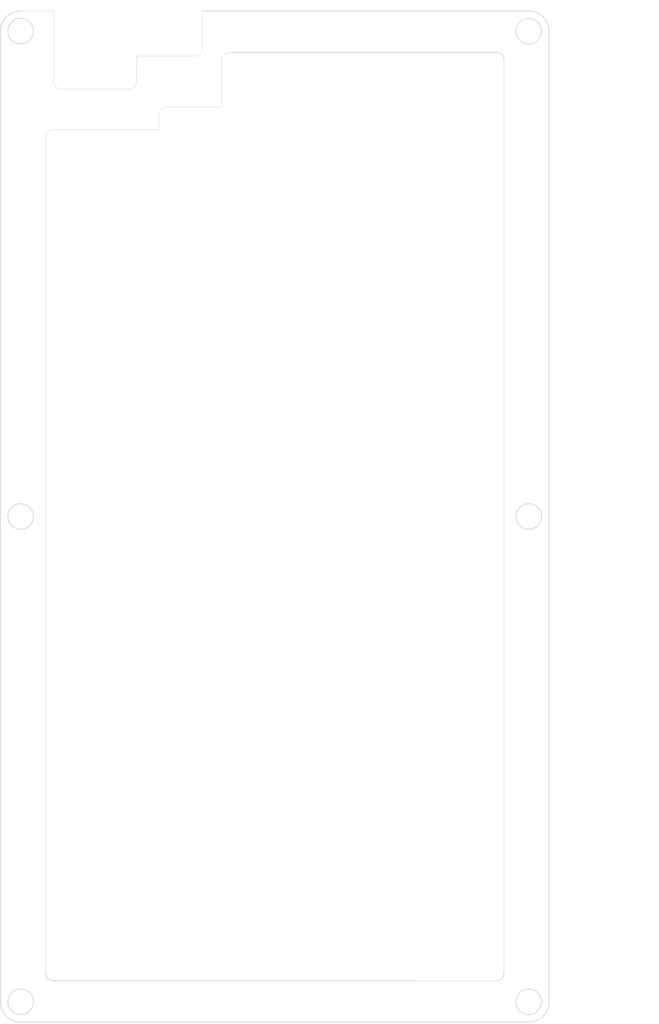
<source format=kicad_pcb>
(kicad_pcb (version 20221018) (generator pcbnew)

  (general
    (thickness 1.6)
  )

  (paper "A4")
  (layers
    (0 "F.Cu" signal)
    (31 "B.Cu" signal)
    (32 "B.Adhes" user "B.Adhesive")
    (33 "F.Adhes" user "F.Adhesive")
    (34 "B.Paste" user)
    (35 "F.Paste" user)
    (36 "B.SilkS" user "B.Silkscreen")
    (37 "F.SilkS" user "F.Silkscreen")
    (38 "B.Mask" user)
    (39 "F.Mask" user)
    (40 "Dwgs.User" user "User.Drawings")
    (41 "Cmts.User" user "User.Comments")
    (42 "Eco1.User" user "User.Eco1")
    (43 "Eco2.User" user "User.Eco2")
    (44 "Edge.Cuts" user)
    (45 "Margin" user)
    (46 "B.CrtYd" user "B.Courtyard")
    (47 "F.CrtYd" user "F.Courtyard")
    (48 "B.Fab" user)
    (49 "F.Fab" user)
    (50 "User.1" user)
    (51 "User.2" user)
    (52 "User.3" user)
    (53 "User.4" user)
    (54 "User.5" user)
    (55 "User.6" user)
    (56 "User.7" user)
    (57 "User.8" user)
    (58 "User.9" user)
  )

  (setup
    (stackup
      (layer "F.SilkS" (type "Top Silk Screen") (color "White"))
      (layer "F.Paste" (type "Top Solder Paste"))
      (layer "F.Mask" (type "Top Solder Mask") (color "Black") (thickness 0.01))
      (layer "F.Cu" (type "copper") (thickness 0.035))
      (layer "dielectric 1" (type "core") (thickness 1.51) (material "FR4") (epsilon_r 4.5) (loss_tangent 0.02))
      (layer "B.Cu" (type "copper") (thickness 0.035))
      (layer "B.Mask" (type "Bottom Solder Mask") (color "Black") (thickness 0.01))
      (layer "B.Paste" (type "Bottom Solder Paste"))
      (layer "B.SilkS" (type "Bottom Silk Screen") (color "White"))
      (copper_finish "None")
      (dielectric_constraints no)
    )
    (pad_to_mask_clearance 0)
    (pcbplotparams
      (layerselection 0x00010fc_ffffffff)
      (plot_on_all_layers_selection 0x0000000_00000000)
      (disableapertmacros false)
      (usegerberextensions false)
      (usegerberattributes true)
      (usegerberadvancedattributes true)
      (creategerberjobfile true)
      (dashed_line_dash_ratio 12.000000)
      (dashed_line_gap_ratio 3.000000)
      (svgprecision 4)
      (plotframeref false)
      (viasonmask false)
      (mode 1)
      (useauxorigin false)
      (hpglpennumber 1)
      (hpglpenspeed 20)
      (hpglpendiameter 15.000000)
      (dxfpolygonmode true)
      (dxfimperialunits true)
      (dxfusepcbnewfont true)
      (psnegative false)
      (psa4output false)
      (plotreference true)
      (plotvalue true)
      (plotinvisibletext false)
      (sketchpadsonfab false)
      (subtractmaskfromsilk false)
      (outputformat 1)
      (mirror false)
      (drillshape 1)
      (scaleselection 1)
      (outputdirectory "")
    )
  )

  (net 0 "")

  (gr_line (start 90.4 35) (end 90.4 30)
    (stroke (width 0.05) (type default)) (layer "Edge.Cuts") (tstamp 021bb8cb-54d7-4fdc-a416-0d646fe6cc0c))
  (gr_arc (start 81.6 39.4) (mid 81.307107 40.107107) (end 80.6 40.4)
    (stroke (width 0.05) (type default)) (layer "Edge.Cuts") (tstamp 0bff2bc4-5dcb-4aca-9996-22737100702a))
  (gr_line (start 136.5 32.7) (end 136.5 161.7)
    (stroke (width 0.1) (type default)) (layer "Edge.Cuts") (tstamp 0e48300b-aee6-4722-86d2-e4ccf8c05c13))
  (gr_arc (start 133.8 30) (mid 135.709188 30.790812) (end 136.5 32.7)
    (stroke (width 0.1) (type default)) (layer "Edge.Cuts") (tstamp 1d4abda8-6035-407c-ac5d-7df5efc567e4))
  (gr_line (start 118.500001 158.9) (end 129.5 158.9)
    (stroke (width 0.05) (type default)) (layer "Edge.Cuts") (tstamp 31bf5923-4051-4aa6-963d-4e324eaa0e0f))
  (gr_arc (start 66.2 164.4) (mid 64.290812 163.609188) (end 63.5 161.7)
    (stroke (width 0.1) (type default)) (layer "Edge.Cuts") (tstamp 45cba95e-2685-4488-bfdc-7139dc74fc2e))
  (gr_circle (center 66.2 32.7) (end 67.9 32.7)
    (stroke (width 0.1) (type default)) (fill none) (layer "Edge.Cuts") (tstamp 4b254e6b-88f2-4867-8b78-2560f94ce709))
  (gr_arc (start 63.5 32.7) (mid 64.290812 30.790812) (end 66.2 30)
    (stroke (width 0.1) (type default)) (layer "Edge.Cuts") (tstamp 5063ac77-6589-4d70-96bb-2428220df022))
  (gr_line (start 69.5 46.8) (end 69.5 157.9)
    (stroke (width 0.05) (type default)) (layer "Edge.Cuts") (tstamp 56c3a8ed-f62b-4e3b-af44-19a3cbaba373))
  (gr_circle (center 133.8 97.2) (end 135.5 97.2)
    (stroke (width 0.1) (type default)) (fill none) (layer "Edge.Cuts") (tstamp 589c7a4f-06df-4764-8d0c-6d72916c0e4b))
  (gr_circle (center 66.2 97.2) (end 67.9 97.2)
    (stroke (width 0.1) (type default)) (fill none) (layer "Edge.Cuts") (tstamp 5b0e2539-ec81-429f-b219-61ccc8488e39))
  (gr_line (start 85.600001 42.800001) (end 93 42.8)
    (stroke (width 0.05) (type default)) (layer "Edge.Cuts") (tstamp 5c562ac8-c42a-49c2-953a-0ccfc7ee9bfd))
  (gr_line (start 94 35.5) (end 129.5 35.5)
    (stroke (width 0.1) (type default)) (layer "Edge.Cuts") (tstamp 5ee42726-dc58-429c-b682-982ce60a7223))
  (gr_line (start 70.6 30) (end 70.607107 39.392893)
    (stroke (width 0.05) (type default)) (layer "Edge.Cuts") (tstamp 648fd331-6907-47a9-8c75-0b51f1c01c80))
  (gr_arc (start 136.5 161.7) (mid 135.709188 163.609188) (end 133.8 164.4)
    (stroke (width 0.1) (type default)) (layer "Edge.Cuts") (tstamp 6ca94775-5071-4f00-9d69-817b77d2b0fe))
  (gr_line (start 133.8 164.4) (end 66.2 164.4)
    (stroke (width 0.1) (type default)) (layer "Edge.Cuts") (tstamp 70ae08d4-a50d-4ac6-8b5a-2258a81fa5c9))
  (gr_line (start 118.500001 158.9) (end 70.5 158.9)
    (stroke (width 0.1) (type default)) (layer "Edge.Cuts") (tstamp 8571d441-2140-4c26-aa12-ec638c30000a))
  (gr_arc (start 130.5 157.9) (mid 130.207107 158.607107) (end 129.5 158.9)
    (stroke (width 0.1) (type default)) (layer "Edge.Cuts") (tstamp 88a8ec11-7e82-4d37-820b-a5ad26571540))
  (gr_arc (start 93 36.5) (mid 93.292893 35.792893) (end 94 35.5)
    (stroke (width 0.05) (type default)) (layer "Edge.Cuts") (tstamp 8ef4265c-1289-4695-b7d3-f65de22a118a))
  (gr_line (start 70.5 45.8) (end 84.6 45.8)
    (stroke (width 0.05) (type default)) (layer "Edge.Cuts") (tstamp 9dd19e10-6fcb-4ef5-b9eb-b2631228a147))
  (gr_line (start 66.2 30) (end 70.6 30)
    (stroke (width 0.05) (type default)) (layer "Edge.Cuts") (tstamp a300fdb1-f3b5-4868-8062-d09dd7827cec))
  (gr_line (start 84.6 45.8) (end 84.600001 43.800001)
    (stroke (width 0.05) (type default)) (layer "Edge.Cuts") (tstamp a3c5983b-101f-4263-b3ff-a59ad2123349))
  (gr_arc (start 69.5 46.8) (mid 69.792893 46.092893) (end 70.5 45.8)
    (stroke (width 0.05) (type default)) (layer "Edge.Cuts") (tstamp a4f8ecfb-c976-4e30-a986-d0214cfef1c7))
  (gr_circle (center 133.8 32.7) (end 135.5 32.7)
    (stroke (width 0.1) (type default)) (fill none) (layer "Edge.Cuts") (tstamp a8eb37c5-7771-4741-8f64-e9b2e82e7a46))
  (gr_line (start 81.6 39.4) (end 81.6 36)
    (stroke (width 0.05) (type default)) (layer "Edge.Cuts") (tstamp ab97b468-3514-4f6d-bd33-7bcfa52bd122))
  (gr_arc (start 70.5 158.9) (mid 69.792893 158.607107) (end 69.5 157.9)
    (stroke (width 0.1) (type default)) (layer "Edge.Cuts") (tstamp ac524c45-8647-41f0-b839-6a26a354f39b))
  (gr_line (start 89.4 36) (end 81.6 36)
    (stroke (width 0.05) (type default)) (layer "Edge.Cuts") (tstamp b0f9f750-470c-4ad4-bd2d-23b563357d4a))
  (gr_circle (center 133.8 161.7) (end 135.5 161.7)
    (stroke (width 0.1) (type default)) (fill none) (layer "Edge.Cuts") (tstamp b6e0a792-fc30-443b-bfb3-2daad0460270))
  (gr_line (start 130.5 36.5) (end 130.5 157.9)
    (stroke (width 0.05) (type default)) (layer "Edge.Cuts") (tstamp bcd8059a-29b1-4041-8a2b-f3755310d111))
  (gr_arc (start 84.600001 43.800001) (mid 84.892894 43.092894) (end 85.600001 42.800001)
    (stroke (width 0.05) (type default)) (layer "Edge.Cuts") (tstamp bf42f4d2-4a56-4f95-bdc6-63cf6d91be54))
  (gr_line (start 63.5 161.7) (end 63.5 32.7)
    (stroke (width 0.1) (type default)) (layer "Edge.Cuts") (tstamp c2f219d8-4fc6-44be-9713-0bb17e5e36d4))
  (gr_arc (start 90.4 35) (mid 90.107107 35.707107) (end 89.4 36)
    (stroke (width 0.05) (type default)) (layer "Edge.Cuts") (tstamp d6ba0add-ed5f-495c-8add-aa2f23e534ed))
  (gr_arc (start 129.5 35.5) (mid 130.207107 35.792893) (end 130.5 36.5)
    (stroke (width 0.1) (type default)) (layer "Edge.Cuts") (tstamp dcbd4087-63be-467b-807c-de1935acf725))
  (gr_line (start 90.4 30) (end 133.8 30)
    (stroke (width 0.1) (type default)) (layer "Edge.Cuts") (tstamp e349df77-72a1-4c2e-a51a-aadd9ab8c2d6))
  (gr_line (start 93 42.8) (end 93 36.5)
    (stroke (width 0.05) (type default)) (layer "Edge.Cuts") (tstamp e4e8944d-f9b0-4e53-9fb7-3347ab155546))
  (gr_circle (center 66.2 161.7) (end 67.9 161.7)
    (stroke (width 0.1) (type default)) (fill none) (layer "Edge.Cuts") (tstamp f94d09c2-166c-4d36-bfc3-ea5aae87d26f))
  (gr_arc (start 71.607107 40.392893) (mid 70.9 40.1) (end 70.607107 39.392893)
    (stroke (width 0.05) (type default)) (layer "Edge.Cuts") (tstamp fa246b97-f046-4199-9359-2e739eef7d44))
  (gr_line (start 71.607107 40.392893) (end 80.6 40.4)
    (stroke (width 0.05) (type default)) (layer "Edge.Cuts") (tstamp faf3bde6-6c49-40f7-8564-7653ccdc101d))
  (gr_text "PCB3D_TL_spacer1" (at 63.5 30) (layer "Cmts.User") (tstamp 8a63d313-d38b-4d27-8e9a-2f51f52bce64)
    (effects (font (size 1 1) (thickness 0.15)) (justify left bottom))
  )
  (gr_text "PCB3D_BR_spacer1" (at 136.5 164.4) (layer "Cmts.User") (tstamp 8f3a24ee-9a73-48f6-9fe3-4d6dc6cdb822)
    (effects (font (size 1 1) (thickness 0.15)) (justify left bottom))
  )

)

</source>
